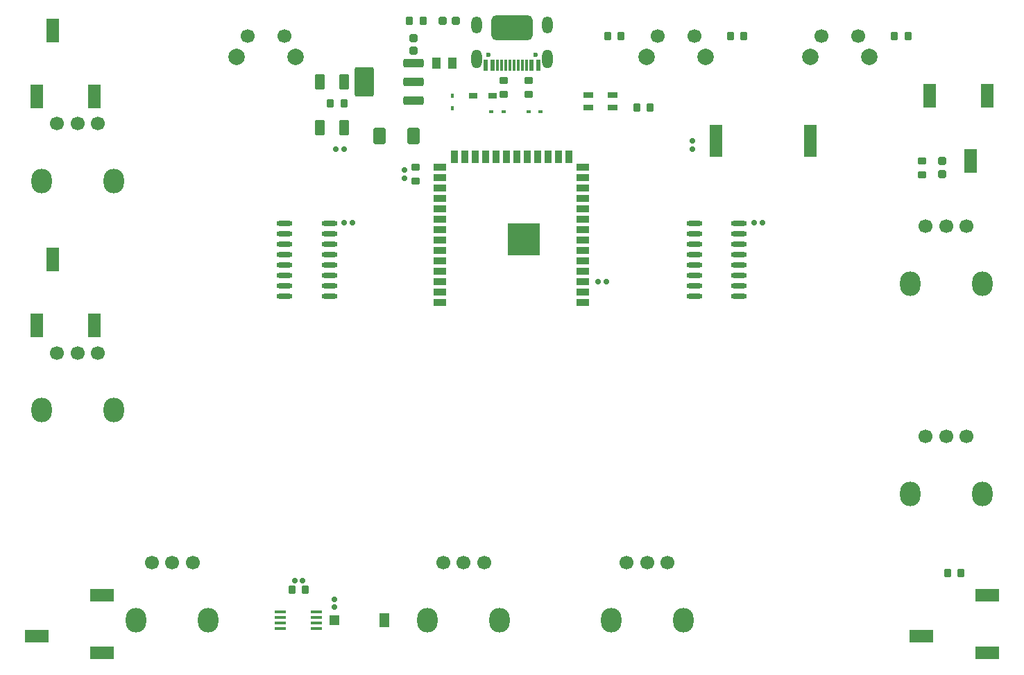
<source format=gbr>
%TF.GenerationSoftware,KiCad,Pcbnew,9.0.3*%
%TF.CreationDate,2025-08-06T15:24:12+02:00*%
%TF.ProjectId,Spikeling_v3.0,5370696b-656c-4696-9e67-5f76332e302e,rev?*%
%TF.SameCoordinates,Original*%
%TF.FileFunction,Soldermask,Top*%
%TF.FilePolarity,Negative*%
%FSLAX46Y46*%
G04 Gerber Fmt 4.6, Leading zero omitted, Abs format (unit mm)*
G04 Created by KiCad (PCBNEW 9.0.3) date 2025-08-06 15:24:12*
%MOMM*%
%LPD*%
G01*
G04 APERTURE LIST*
G04 Aperture macros list*
%AMRoundRect*
0 Rectangle with rounded corners*
0 $1 Rounding radius*
0 $2 $3 $4 $5 $6 $7 $8 $9 X,Y pos of 4 corners*
0 Add a 4 corners polygon primitive as box body*
4,1,4,$2,$3,$4,$5,$6,$7,$8,$9,$2,$3,0*
0 Add four circle primitives for the rounded corners*
1,1,$1+$1,$2,$3*
1,1,$1+$1,$4,$5*
1,1,$1+$1,$6,$7*
1,1,$1+$1,$8,$9*
0 Add four rect primitives between the rounded corners*
20,1,$1+$1,$2,$3,$4,$5,0*
20,1,$1+$1,$4,$5,$6,$7,0*
20,1,$1+$1,$6,$7,$8,$9,0*
20,1,$1+$1,$8,$9,$2,$3,0*%
G04 Aperture macros list end*
%ADD10C,1.700000*%
%ADD11O,2.500000X3.000000*%
%ADD12RoundRect,0.244000X0.269000X-0.244000X0.269000X0.244000X-0.269000X0.244000X-0.269000X-0.244000X0*%
%ADD13O,1.971000X0.602000*%
%ADD14RoundRect,0.219000X-0.294000X0.219000X-0.294000X-0.219000X0.294000X-0.219000X0.294000X0.219000X0*%
%ADD15R,1.500000X3.000000*%
%ADD16R,1.500000X0.900000*%
%ADD17R,0.900000X1.500000*%
%ADD18C,0.600000*%
%ADD19R,3.900000X3.900000*%
%ADD20R,3.000000X1.500000*%
%ADD21RoundRect,0.219000X-0.219000X-0.294000X0.219000X-0.294000X0.219000X0.294000X-0.219000X0.294000X0*%
%ADD22RoundRect,0.219000X0.219000X0.294000X-0.219000X0.294000X-0.219000X-0.294000X0.219000X-0.294000X0*%
%ADD23RoundRect,0.250000X-1.000000X-0.300000X1.000000X-0.300000X1.000000X0.300000X-1.000000X0.300000X0*%
%ADD24C,0.500000*%
%ADD25RoundRect,0.250000X-0.920000X-1.550000X0.920000X-1.550000X0.920000X1.550000X-0.920000X1.550000X0*%
%ADD26R,1.300000X0.800000*%
%ADD27RoundRect,0.159000X-0.159000X-0.189000X0.159000X-0.189000X0.159000X0.189000X-0.159000X0.189000X0*%
%ADD28R,1.500000X4.000000*%
%ADD29RoundRect,0.219000X0.294000X-0.219000X0.294000X0.219000X-0.294000X0.219000X-0.294000X-0.219000X0*%
%ADD30O,1.450000X0.380000*%
%ADD31RoundRect,0.287778X-0.489222X-0.714222X0.489222X-0.714222X0.489222X0.714222X-0.489222X0.714222X0*%
%ADD32RoundRect,0.266521X0.346479X0.671479X-0.346479X0.671479X-0.346479X-0.671479X0.346479X-0.671479X0*%
%ADD33RoundRect,0.159000X0.159000X0.189000X-0.159000X0.189000X-0.159000X-0.189000X0.159000X-0.189000X0*%
%ADD34RoundRect,0.244000X-0.269000X0.244000X-0.269000X-0.244000X0.269000X-0.244000X0.269000X0.244000X0*%
%ADD35R,0.300000X1.400000*%
%ADD36R,0.500000X1.400000*%
%ADD37O,1.300000X2.300000*%
%ADD38O,1.300000X2.100000*%
%ADD39RoundRect,0.500000X2.000000X1.000000X-2.000000X1.000000X-2.000000X-1.000000X2.000000X-1.000000X0*%
%ADD40C,2.000000*%
%ADD41RoundRect,0.159000X-0.189000X0.159000X-0.189000X-0.159000X0.189000X-0.159000X0.189000X0.159000X0*%
%ADD42R,0.600000X0.400000*%
%ADD43R,1.199000X1.199000*%
%ADD44R,1.200000X1.800000*%
%ADD45RoundRect,0.159000X0.189000X-0.159000X0.189000X0.159000X-0.189000X0.159000X-0.189000X-0.159000X0*%
%ADD46R,0.400000X0.600000*%
%ADD47R,1.132500X1.377000*%
%ADD48R,1.000000X0.750000*%
%ADD49RoundRect,0.239000X0.239000X0.274000X-0.239000X0.274000X-0.239000X-0.274000X0.239000X-0.274000X0*%
G04 APERTURE END LIST*
D10*
%TO.C,VR2*%
X156620000Y-117000000D03*
X154120000Y-117000000D03*
X151620000Y-117000000D03*
D11*
X149720000Y-124000000D03*
X158520000Y-124000000D03*
%TD*%
D12*
%TO.C,C2*%
X147975000Y-54555000D03*
X147975000Y-52995000D03*
%TD*%
D13*
%TO.C,U3*%
X132264500Y-75555000D03*
X132264500Y-76825000D03*
X132264500Y-78095000D03*
X132264500Y-79365000D03*
X132264500Y-80635000D03*
X132264500Y-81905000D03*
X132264500Y-83175000D03*
X132264500Y-84445000D03*
X137735500Y-84445000D03*
X137735500Y-83175000D03*
X137735500Y-81905000D03*
X137735500Y-80635000D03*
X137735500Y-79365000D03*
X137735500Y-78095000D03*
X137735500Y-76825000D03*
X137735500Y-75555000D03*
%TD*%
D14*
%TO.C,R9*%
X210025000Y-68005000D03*
X210025000Y-69645000D03*
%TD*%
D15*
%TO.C,J4*%
X102000000Y-88000000D03*
X104000000Y-80000000D03*
X109000000Y-88000000D03*
%TD*%
D16*
%TO.C,U1*%
X168675000Y-85260000D03*
X168675000Y-83990000D03*
X168675000Y-82720000D03*
X168675000Y-81450000D03*
X168675000Y-80180000D03*
X168675000Y-78910000D03*
X168675000Y-77640000D03*
X168675000Y-76370000D03*
X168675000Y-75100000D03*
X168675000Y-73830000D03*
X168675000Y-72560000D03*
X168675000Y-71290000D03*
X168675000Y-70020000D03*
X168675000Y-68750000D03*
D17*
X166910000Y-67500000D03*
X165640000Y-67500000D03*
X164370000Y-67500000D03*
X163100000Y-67500000D03*
X161830000Y-67500000D03*
X160560000Y-67500000D03*
X159290000Y-67500000D03*
X158020000Y-67500000D03*
X156750000Y-67500000D03*
X155480000Y-67500000D03*
X154210000Y-67500000D03*
X152940000Y-67500000D03*
D16*
X151175000Y-68750000D03*
X151175000Y-70020000D03*
X151175000Y-71290000D03*
X151175000Y-72560000D03*
X151175000Y-73830000D03*
X151175000Y-75100000D03*
X151175000Y-76370000D03*
X151175000Y-77640000D03*
X151175000Y-78910000D03*
X151175000Y-80180000D03*
X151175000Y-81450000D03*
X151175000Y-82720000D03*
X151175000Y-83990000D03*
X151175000Y-85260000D03*
D18*
X162825000Y-78240000D03*
X162825000Y-76840000D03*
X162125000Y-78940000D03*
X162125000Y-77540000D03*
X162125000Y-76140000D03*
X161425000Y-78240000D03*
D19*
X161425000Y-77540000D03*
D18*
X161425000Y-76840000D03*
X160725000Y-78940000D03*
X160725000Y-77540000D03*
X160725000Y-76140000D03*
X160025000Y-78240000D03*
X160025000Y-76840000D03*
%TD*%
D20*
%TO.C,J5*%
X218000000Y-128000000D03*
X210000000Y-126000000D03*
X218000000Y-121000000D03*
%TD*%
D21*
%TO.C,R7*%
X133155000Y-120325000D03*
X134795000Y-120325000D03*
%TD*%
D22*
%TO.C,R8*%
X214820000Y-118225000D03*
X213180000Y-118225000D03*
%TD*%
D23*
%TO.C,U2*%
X147970000Y-60600000D03*
X147970000Y-58300000D03*
X147970000Y-56000000D03*
D24*
X142000000Y-57300000D03*
X142000000Y-58300000D03*
D25*
X142000000Y-58300000D03*
D24*
X142000000Y-59300000D03*
%TD*%
D10*
%TO.C,VR1*%
X121050000Y-117000000D03*
X118550000Y-117000000D03*
X116050000Y-117000000D03*
D11*
X114150000Y-124000000D03*
X122950000Y-124000000D03*
%TD*%
D26*
%TO.C,D7*%
X169300000Y-61425000D03*
X169300000Y-59925000D03*
X172300000Y-59925000D03*
X172300000Y-61425000D03*
%TD*%
D27*
%TO.C,C5*%
X170525000Y-82720000D03*
X171525000Y-82720000D03*
%TD*%
D10*
%TO.C,VR5*%
X215500000Y-101600000D03*
X213000000Y-101600000D03*
X210500000Y-101600000D03*
D11*
X208600000Y-108600000D03*
X217400000Y-108600000D03*
%TD*%
D28*
%TO.C,B1*%
X184925000Y-65500000D03*
X196425000Y-65500000D03*
%TD*%
D21*
%TO.C,R12*%
X206680000Y-52750000D03*
X208320000Y-52750000D03*
%TD*%
D29*
%TO.C,R5*%
X148200000Y-70395000D03*
X148200000Y-68755000D03*
%TD*%
D30*
%TO.C,U5*%
X131750000Y-123050000D03*
X131750000Y-123700000D03*
X131750000Y-124350000D03*
X131750000Y-125000000D03*
X136150000Y-125000000D03*
X136150000Y-124350000D03*
X136150000Y-123700000D03*
X136150000Y-123050000D03*
%TD*%
D31*
%TO.C,SW1*%
X143850000Y-64925000D03*
X148000000Y-64925000D03*
%TD*%
D32*
%TO.C,C1*%
X139480000Y-58300000D03*
X136520000Y-58300000D03*
%TD*%
D27*
%TO.C,C7*%
X139500000Y-75550000D03*
X140500000Y-75550000D03*
%TD*%
D33*
%TO.C,C8*%
X190550000Y-75550000D03*
X189550000Y-75550000D03*
%TD*%
D21*
%TO.C,R3*%
X147505000Y-50850000D03*
X149145000Y-50850000D03*
%TD*%
D15*
%TO.C,J6*%
X218000000Y-60000000D03*
X216000000Y-68000000D03*
X211000000Y-60000000D03*
%TD*%
%TO.C,J3*%
X102000000Y-60100000D03*
X104000000Y-52100000D03*
X109000000Y-60100000D03*
%TD*%
D34*
%TO.C,C11*%
X212500000Y-68000000D03*
X212500000Y-69560000D03*
%TD*%
D18*
%TO.C,J1*%
X162890000Y-55050000D03*
X157110000Y-55050000D03*
D35*
X161250000Y-56250000D03*
X160250000Y-56250000D03*
X159750000Y-56250000D03*
X158750000Y-56250000D03*
D36*
X157600000Y-56250000D03*
X156800000Y-56250000D03*
D35*
X158250000Y-56250000D03*
X159250000Y-56250000D03*
X160750000Y-56250000D03*
X161750000Y-56250000D03*
D36*
X162400000Y-56250000D03*
X163200000Y-56250000D03*
D37*
X164330000Y-55570000D03*
D38*
X164330000Y-51370000D03*
D24*
X162000000Y-52750000D03*
X162000000Y-50750000D03*
D39*
X160000000Y-51750000D03*
D24*
X158000000Y-52750000D03*
X158000000Y-50750000D03*
D37*
X155670000Y-55570000D03*
D38*
X155670000Y-51370000D03*
%TD*%
D10*
%TO.C,SW3*%
X182250000Y-52750000D03*
X177750000Y-52750000D03*
D40*
X176400000Y-55250000D03*
X183600000Y-55250000D03*
%TD*%
D33*
%TO.C,C10*%
X134475000Y-119175000D03*
X133475000Y-119175000D03*
%TD*%
D10*
%TO.C,SW2*%
X132250000Y-52750000D03*
X127750000Y-52750000D03*
D40*
X126400000Y-55250000D03*
X133600000Y-55250000D03*
%TD*%
D41*
%TO.C,C9*%
X138300000Y-121450000D03*
X138300000Y-122450000D03*
%TD*%
D42*
%TO.C,D2*%
X159000000Y-62000000D03*
X157500000Y-62000000D03*
%TD*%
D21*
%TO.C,R11*%
X186680000Y-52750000D03*
X188320000Y-52750000D03*
%TD*%
D43*
%TO.C,D6*%
X138300000Y-124025000D03*
D44*
X144400000Y-124025000D03*
%TD*%
D22*
%TO.C,R4*%
X173320000Y-52750000D03*
X171680000Y-52750000D03*
%TD*%
D45*
%TO.C,C12*%
X182000000Y-66500000D03*
X182000000Y-65500000D03*
%TD*%
D46*
%TO.C,D4*%
X152725000Y-60000000D03*
X152725000Y-61500000D03*
%TD*%
D32*
%TO.C,C3*%
X139480000Y-63950000D03*
X136520000Y-63950000D03*
%TD*%
D10*
%TO.C,VR6*%
X109500000Y-63400000D03*
X107000000Y-63400000D03*
X104500000Y-63400000D03*
D11*
X102600000Y-70400000D03*
X111400000Y-70400000D03*
%TD*%
D47*
%TO.C,L1*%
X152732000Y-56000000D03*
X150800000Y-56000000D03*
%TD*%
D13*
%TO.C,U4*%
X182264500Y-75555000D03*
X182264500Y-76825000D03*
X182264500Y-78095000D03*
X182264500Y-79365000D03*
X182264500Y-80635000D03*
X182264500Y-81905000D03*
X182264500Y-83175000D03*
X182264500Y-84445000D03*
X187735500Y-84445000D03*
X187735500Y-83175000D03*
X187735500Y-81905000D03*
X187735500Y-80635000D03*
X187735500Y-79365000D03*
X187735500Y-78095000D03*
X187735500Y-76825000D03*
X187735500Y-75555000D03*
%TD*%
D10*
%TO.C,VR3*%
X179000000Y-117000000D03*
X176500000Y-117000000D03*
X174000000Y-117000000D03*
D11*
X172100000Y-124000000D03*
X180900000Y-124000000D03*
%TD*%
D21*
%TO.C,R10*%
X175255000Y-61425000D03*
X176895000Y-61425000D03*
%TD*%
D10*
%TO.C,SW4*%
X202250000Y-52750000D03*
X197750000Y-52750000D03*
D40*
X196400000Y-55250000D03*
X203600000Y-55250000D03*
%TD*%
D21*
%TO.C,R6*%
X137840000Y-60950000D03*
X139480000Y-60950000D03*
%TD*%
D48*
%TO.C,D1*%
X155252500Y-60000000D03*
X157597500Y-60000000D03*
%TD*%
D42*
%TO.C,D3*%
X162000000Y-62000000D03*
X163500000Y-62000000D03*
%TD*%
D45*
%TO.C,C6*%
X146850000Y-70075000D03*
X146850000Y-69075000D03*
%TD*%
D14*
%TO.C,R2*%
X159000000Y-58180000D03*
X159000000Y-59820000D03*
%TD*%
D20*
%TO.C,J2*%
X110000000Y-128000000D03*
X102000000Y-126000000D03*
X110000000Y-121000000D03*
%TD*%
D33*
%TO.C,C4*%
X139500000Y-66550000D03*
X138500000Y-66550000D03*
%TD*%
D14*
%TO.C,R1*%
X162000000Y-58180000D03*
X162000000Y-59820000D03*
%TD*%
D49*
%TO.C,D5*%
X153115000Y-50850000D03*
X151535000Y-50850000D03*
%TD*%
D10*
%TO.C,VR7*%
X109500000Y-91400000D03*
X107000000Y-91400000D03*
X104500000Y-91400000D03*
D11*
X102600000Y-98400000D03*
X111400000Y-98400000D03*
%TD*%
D10*
%TO.C,VR4*%
X215500000Y-75972000D03*
X213000000Y-75972000D03*
X210500000Y-75972000D03*
D11*
X208600000Y-82972000D03*
X217400000Y-82972000D03*
%TD*%
M02*

</source>
